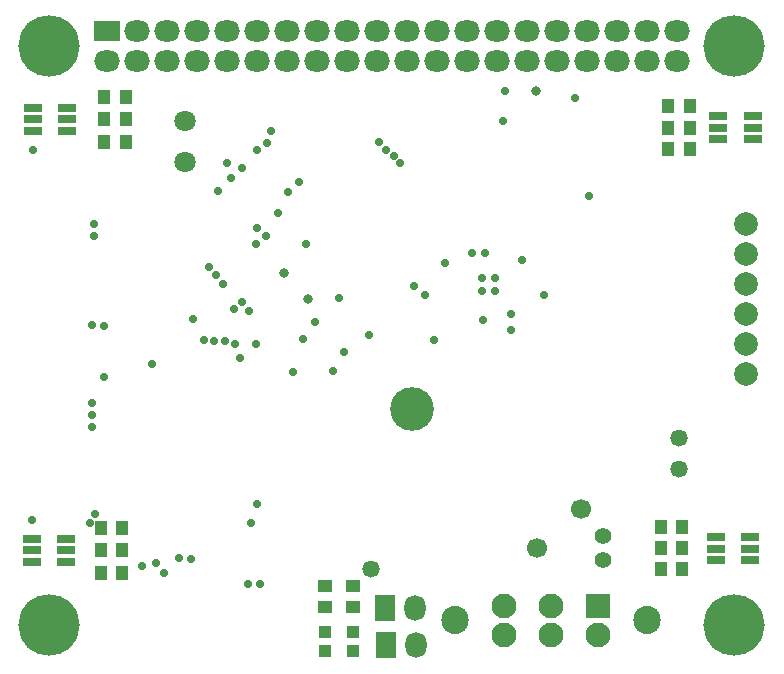
<source format=gbs>
G04*
G04 #@! TF.GenerationSoftware,Altium Limited,Altium Designer,21.3.2 (30)*
G04*
G04 Layer_Color=16711935*
%FSLAX25Y25*%
%MOIN*%
G70*
G04*
G04 #@! TF.SameCoordinates,2D34F3B8-E760-4067-911C-3035D0D24B3A*
G04*
G04*
G04 #@! TF.FilePolarity,Negative*
G04*
G01*
G75*
%ADD14R,0.04528X0.03937*%
%ADD35C,0.05512*%
%ADD36R,0.08268X0.08268*%
%ADD37C,0.08268*%
%ADD38O,0.09055X0.09449*%
%ADD39O,0.08661X0.07087*%
%ADD40R,0.08661X0.07087*%
%ADD41C,0.07087*%
%ADD42C,0.07874*%
%ADD43O,0.07087X0.08661*%
%ADD44R,0.07087X0.08661*%
%ADD45C,0.14567*%
%ADD46C,0.02756*%
%ADD47C,0.03150*%
%ADD48C,0.05787*%
%ADD49C,0.06693*%
%ADD50C,0.20472*%
%ADD97R,0.05906X0.03150*%
%ADD98R,0.03937X0.04528*%
%ADD99R,0.03937X0.03937*%
D14*
X114961Y26772D02*
D03*
Y19685D02*
D03*
X105512D02*
D03*
Y26772D02*
D03*
D35*
X198425Y43307D02*
D03*
Y35433D02*
D03*
D36*
X196752Y19980D02*
D03*
D37*
Y10531D02*
D03*
X181004Y19980D02*
D03*
Y10531D02*
D03*
X165256D02*
D03*
Y19980D02*
D03*
D38*
X212894Y15256D02*
D03*
X149114D02*
D03*
D39*
X223012Y211811D02*
D03*
Y201811D02*
D03*
X203012Y211811D02*
D03*
Y201811D02*
D03*
X213012Y211811D02*
D03*
Y201811D02*
D03*
X183012Y211811D02*
D03*
Y201811D02*
D03*
X193012Y211811D02*
D03*
Y201811D02*
D03*
X163012Y211811D02*
D03*
Y201811D02*
D03*
X173012Y211811D02*
D03*
Y201811D02*
D03*
X143012Y211811D02*
D03*
Y201811D02*
D03*
X153012Y211811D02*
D03*
Y201811D02*
D03*
X123012Y211811D02*
D03*
Y201811D02*
D03*
X133012Y211811D02*
D03*
Y201811D02*
D03*
X103012Y211811D02*
D03*
Y201811D02*
D03*
X113012Y211811D02*
D03*
Y201811D02*
D03*
X33012D02*
D03*
X43012D02*
D03*
Y211811D02*
D03*
X53012D02*
D03*
Y201811D02*
D03*
X63012Y211811D02*
D03*
Y201811D02*
D03*
X93012D02*
D03*
Y211811D02*
D03*
X83012Y201811D02*
D03*
Y211811D02*
D03*
X73012D02*
D03*
Y201811D02*
D03*
D40*
X33012Y211811D02*
D03*
D41*
X59055Y168110D02*
D03*
Y181890D02*
D03*
D42*
X246063Y127323D02*
D03*
Y137323D02*
D03*
Y147323D02*
D03*
Y117323D02*
D03*
Y107323D02*
D03*
Y97323D02*
D03*
D43*
X135925Y7087D02*
D03*
X135728Y19390D02*
D03*
D44*
X125925Y7087D02*
D03*
X125728Y19390D02*
D03*
D45*
X134646Y85827D02*
D03*
D46*
X158071Y129331D02*
D03*
X162402D02*
D03*
X158071Y125000D02*
D03*
X162402D02*
D03*
X171457Y135236D02*
D03*
X178543Y123819D02*
D03*
X108268Y98327D02*
D03*
X94882Y98228D02*
D03*
X128740Y170129D02*
D03*
X130709Y167717D02*
D03*
X159055Y137795D02*
D03*
X125925Y172047D02*
D03*
X123563Y174803D02*
D03*
X27165Y47638D02*
D03*
X51968Y31102D02*
D03*
X49213Y34252D02*
D03*
X44488Y33465D02*
D03*
X48031Y100787D02*
D03*
X57087Y36220D02*
D03*
X60827Y35827D02*
D03*
X81102Y47638D02*
D03*
X83071Y53937D02*
D03*
X99167Y140899D02*
D03*
X85827Y143307D02*
D03*
X82677Y140899D02*
D03*
X89876Y150900D02*
D03*
X82847Y146063D02*
D03*
X80245Y118504D02*
D03*
X82677Y107480D02*
D03*
X61811Y115748D02*
D03*
X65354Y108858D02*
D03*
X68504Y108268D02*
D03*
X72189D02*
D03*
X75590Y107480D02*
D03*
X120472Y110236D02*
D03*
X111896Y104724D02*
D03*
X77461Y102882D02*
D03*
X102362Y114567D02*
D03*
X98388Y109055D02*
D03*
X110236Y122609D02*
D03*
X32087Y96457D02*
D03*
Y113386D02*
D03*
X74472Y162598D02*
D03*
X72897Y167717D02*
D03*
X75197Y118952D02*
D03*
X83012Y172047D02*
D03*
X86221Y174409D02*
D03*
X27953Y87795D02*
D03*
X27861Y79875D02*
D03*
X27907Y83812D02*
D03*
X158268Y115354D02*
D03*
X77883Y121457D02*
D03*
X87786Y178301D02*
D03*
X77953Y166142D02*
D03*
X70079Y158268D02*
D03*
X145669Y134252D02*
D03*
X154724Y137795D02*
D03*
X93307Y158141D02*
D03*
X96850Y161417D02*
D03*
X135433Y126772D02*
D03*
X138976Y123819D02*
D03*
X142126Y108661D02*
D03*
X193701Y156693D02*
D03*
X188976Y189370D02*
D03*
X164975Y181890D02*
D03*
X167717Y117323D02*
D03*
Y112205D02*
D03*
X165590Y191831D02*
D03*
X80056Y27559D02*
D03*
X83895D02*
D03*
X7874Y48819D02*
D03*
X71653Y127559D02*
D03*
X69291Y130315D02*
D03*
X66929Y133071D02*
D03*
X28740Y147343D02*
D03*
Y143307D02*
D03*
X27953Y113681D02*
D03*
X28839Y50591D02*
D03*
X8268Y172047D02*
D03*
D47*
X99954Y122312D02*
D03*
X92126Y131187D02*
D03*
X175984Y191831D02*
D03*
D48*
X120866Y32283D02*
D03*
X223622Y65748D02*
D03*
Y75984D02*
D03*
D49*
X176378Y39370D02*
D03*
X190945Y52559D02*
D03*
D50*
X13780Y206693D02*
D03*
X242126D02*
D03*
X13780Y13780D02*
D03*
X242126D02*
D03*
D97*
X19685Y178543D02*
D03*
Y182283D02*
D03*
Y186024D02*
D03*
X8268Y178543D02*
D03*
Y182283D02*
D03*
Y186024D02*
D03*
X19291Y34843D02*
D03*
Y38583D02*
D03*
Y42323D02*
D03*
X7874Y34843D02*
D03*
Y38583D02*
D03*
Y42323D02*
D03*
X235827Y42913D02*
D03*
Y39173D02*
D03*
Y35433D02*
D03*
X247244Y42913D02*
D03*
Y39173D02*
D03*
Y35433D02*
D03*
X236811Y183268D02*
D03*
Y179528D02*
D03*
Y175787D02*
D03*
X248228Y183268D02*
D03*
Y179528D02*
D03*
Y175787D02*
D03*
D98*
X31001Y31102D02*
D03*
X38088D02*
D03*
X31001Y38602D02*
D03*
X38088D02*
D03*
X224803Y32283D02*
D03*
X217717D02*
D03*
X224803Y39370D02*
D03*
X217717D02*
D03*
X224803Y46457D02*
D03*
X217717D02*
D03*
X227165Y172441D02*
D03*
X220079D02*
D03*
X227165Y179528D02*
D03*
X220079D02*
D03*
X227165Y186614D02*
D03*
X220079D02*
D03*
X31001Y46063D02*
D03*
X38088D02*
D03*
X32087Y189764D02*
D03*
X39173D02*
D03*
X32087Y182283D02*
D03*
X39173D02*
D03*
X32087Y174803D02*
D03*
X39173D02*
D03*
D99*
X114961Y11516D02*
D03*
Y5020D02*
D03*
X105512Y11417D02*
D03*
Y4921D02*
D03*
M02*

</source>
